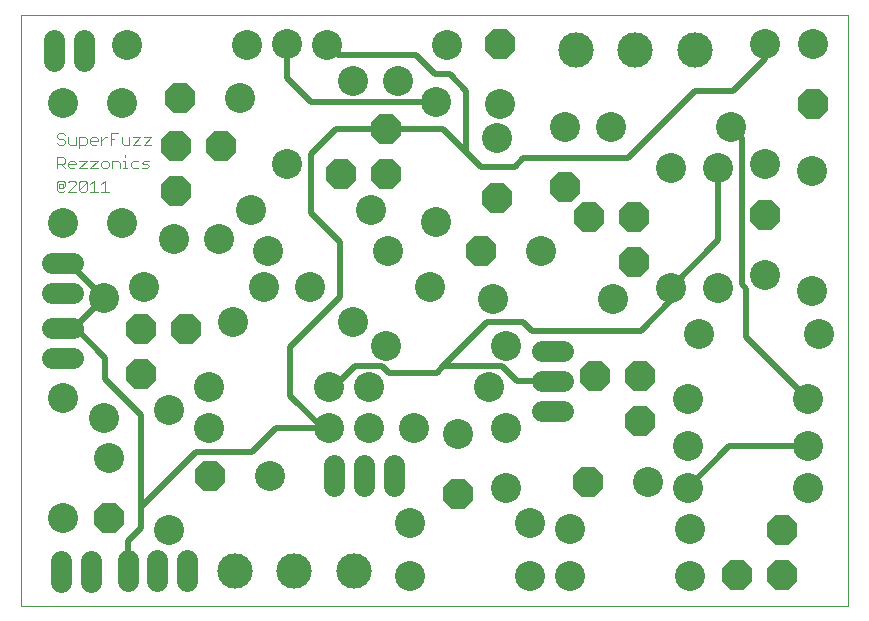
<source format=gtl>
G75*
G70*
%OFA0B0*%
%FSLAX24Y24*%
%IPPOS*%
%LPD*%
%AMOC8*
5,1,8,0,0,1.08239X$1,22.5*
%
%ADD10C,0.0039*%
%ADD11C,0.0030*%
%ADD12C,0.1000*%
%ADD13OC8,0.1000*%
%ADD14C,0.1181*%
%ADD15C,0.0700*%
%ADD16C,0.0200*%
D10*
X003917Y004364D02*
X003917Y024049D01*
X031476Y024049D01*
X031476Y004364D01*
X003917Y004364D01*
D11*
X005175Y018159D02*
X005113Y018221D01*
X005113Y018468D01*
X005175Y018529D01*
X005298Y018529D01*
X005360Y018468D01*
X005360Y018344D01*
X005298Y018282D01*
X005298Y018406D01*
X005175Y018406D01*
X005175Y018282D01*
X005298Y018282D01*
X005360Y018221D02*
X005298Y018159D01*
X005175Y018159D01*
X005482Y018159D02*
X005728Y018406D01*
X005728Y018468D01*
X005667Y018529D01*
X005543Y018529D01*
X005482Y018468D01*
X005850Y018468D02*
X005850Y018221D01*
X006097Y018468D01*
X006097Y018221D01*
X006035Y018159D01*
X005912Y018159D01*
X005850Y018221D01*
X005728Y018159D02*
X005482Y018159D01*
X005850Y018468D02*
X005912Y018529D01*
X006035Y018529D01*
X006097Y018468D01*
X006218Y018406D02*
X006342Y018529D01*
X006342Y018159D01*
X006465Y018159D02*
X006218Y018159D01*
X006587Y018159D02*
X006833Y018159D01*
X006710Y018159D02*
X006710Y018529D01*
X006587Y018406D01*
X006648Y018946D02*
X006587Y019008D01*
X006587Y019131D01*
X006648Y019193D01*
X006772Y019193D01*
X006833Y019131D01*
X006833Y019008D01*
X006772Y018946D01*
X006648Y018946D01*
X006465Y018946D02*
X006218Y018946D01*
X006465Y019193D01*
X006218Y019193D01*
X006097Y019193D02*
X005850Y018946D01*
X006097Y018946D01*
X006097Y019193D02*
X005850Y019193D01*
X005728Y019131D02*
X005728Y019070D01*
X005482Y019070D01*
X005482Y019131D02*
X005543Y019193D01*
X005667Y019193D01*
X005728Y019131D01*
X005667Y018946D02*
X005543Y018946D01*
X005482Y019008D01*
X005482Y019131D01*
X005360Y019131D02*
X005298Y019070D01*
X005113Y019070D01*
X005113Y018946D02*
X005113Y019317D01*
X005298Y019317D01*
X005360Y019255D01*
X005360Y019131D01*
X005237Y019070D02*
X005360Y018946D01*
X005298Y019734D02*
X005175Y019734D01*
X005113Y019795D01*
X005175Y019919D02*
X005298Y019919D01*
X005360Y019857D01*
X005360Y019795D01*
X005298Y019734D01*
X005482Y019795D02*
X005543Y019734D01*
X005728Y019734D01*
X005728Y019981D01*
X005850Y019981D02*
X006035Y019981D01*
X006097Y019919D01*
X006097Y019795D01*
X006035Y019734D01*
X005850Y019734D01*
X005850Y019610D02*
X005850Y019981D01*
X005482Y019981D02*
X005482Y019795D01*
X005360Y020042D02*
X005298Y020104D01*
X005175Y020104D01*
X005113Y020042D01*
X005113Y019981D01*
X005175Y019919D01*
X006218Y019919D02*
X006218Y019795D01*
X006280Y019734D01*
X006403Y019734D01*
X006465Y019857D02*
X006218Y019857D01*
X006218Y019919D02*
X006280Y019981D01*
X006403Y019981D01*
X006465Y019919D01*
X006465Y019857D01*
X006587Y019857D02*
X006710Y019981D01*
X006772Y019981D01*
X006893Y019919D02*
X007017Y019919D01*
X006893Y020104D02*
X007140Y020104D01*
X007262Y019981D02*
X007262Y019795D01*
X007324Y019734D01*
X007509Y019734D01*
X007509Y019981D01*
X007630Y019981D02*
X007877Y019981D01*
X007630Y019734D01*
X007877Y019734D01*
X007998Y019734D02*
X008245Y019734D01*
X008245Y019981D02*
X007998Y019734D01*
X007998Y019981D02*
X008245Y019981D01*
X007385Y019378D02*
X007385Y019317D01*
X007385Y019193D02*
X007385Y018946D01*
X007323Y018946D02*
X007447Y018946D01*
X007569Y019008D02*
X007630Y018946D01*
X007816Y018946D01*
X007937Y018946D02*
X008122Y018946D01*
X008184Y019008D01*
X008122Y019070D01*
X007999Y019070D01*
X007937Y019131D01*
X007999Y019193D01*
X008184Y019193D01*
X007816Y019193D02*
X007630Y019193D01*
X007569Y019131D01*
X007569Y019008D01*
X007385Y019193D02*
X007323Y019193D01*
X007202Y019131D02*
X007202Y018946D01*
X007202Y019131D02*
X007140Y019193D01*
X006955Y019193D01*
X006955Y018946D01*
X006893Y019734D02*
X006893Y020104D01*
X006587Y019981D02*
X006587Y019734D01*
D12*
X007264Y021128D03*
X005295Y021128D03*
X007429Y023065D03*
X011429Y023065D03*
X012775Y023097D03*
X014122Y023065D03*
X014980Y021864D03*
X016480Y021864D03*
X017740Y021159D03*
X019772Y019951D03*
X019862Y021081D03*
X022027Y020325D03*
X023571Y020309D03*
X025571Y018963D03*
X027146Y018963D03*
X028720Y019097D03*
X030268Y018857D03*
X027571Y020309D03*
X028720Y023097D03*
X030295Y023081D03*
X021256Y016175D03*
X019634Y014601D03*
X020090Y013026D03*
X019500Y011648D03*
X020059Y010286D03*
X018484Y010089D03*
X017016Y010270D03*
X015516Y010270D03*
X014185Y010270D03*
X014185Y011648D03*
X015500Y011648D03*
X016090Y013026D03*
X014972Y013813D03*
X013531Y014994D03*
X012020Y014994D03*
X012153Y016175D03*
X010520Y016569D03*
X011563Y017553D03*
X012775Y019097D03*
X011216Y021294D03*
X015563Y017553D03*
X016153Y016175D03*
X017531Y014994D03*
X017740Y017159D03*
X023634Y014601D03*
X025571Y014963D03*
X027146Y014963D03*
X028720Y015372D03*
X030268Y014857D03*
X030523Y013420D03*
X030130Y011254D03*
X030130Y009679D03*
X030130Y008301D03*
X026130Y008301D03*
X024799Y008498D03*
X026130Y009679D03*
X026130Y011254D03*
X026523Y013420D03*
X020059Y008286D03*
X020878Y007120D03*
X022193Y006923D03*
X022193Y005349D03*
X020878Y005349D03*
X016878Y005349D03*
X016878Y007120D03*
X012201Y008695D03*
X010185Y010270D03*
X008838Y010892D03*
X010185Y011648D03*
X010972Y013813D03*
X008020Y014994D03*
X006673Y014632D03*
X009020Y016569D03*
X007264Y017128D03*
X005295Y017128D03*
X005295Y011286D03*
X006673Y010632D03*
X006838Y009290D03*
X005295Y007286D03*
X008838Y006892D03*
X026193Y006923D03*
X026193Y005349D03*
X018122Y023065D03*
D13*
X019862Y023081D03*
X016085Y020259D03*
X016085Y018759D03*
X014585Y018759D03*
X010573Y019681D03*
X009073Y019681D03*
X009073Y018181D03*
X009216Y021294D03*
X009392Y013579D03*
X007892Y013579D03*
X007892Y012079D03*
X010201Y008695D03*
X006838Y007290D03*
X018484Y008089D03*
X022799Y008498D03*
X024549Y010504D03*
X024549Y012004D03*
X023049Y012004D03*
X024352Y015819D03*
X024352Y017319D03*
X022852Y017319D03*
X022027Y018325D03*
X019772Y017951D03*
X019256Y016175D03*
X028720Y017372D03*
X030295Y021081D03*
X029273Y006886D03*
X029273Y005386D03*
X027773Y005386D03*
D14*
X014992Y005534D03*
X013023Y005534D03*
X011055Y005534D03*
X022421Y022868D03*
X024390Y022868D03*
X026358Y022868D03*
D15*
X021984Y012845D02*
X021284Y012845D01*
X021284Y011845D02*
X021984Y011845D01*
X021984Y010845D02*
X021284Y010845D01*
X016335Y009045D02*
X016335Y008345D01*
X015335Y008345D02*
X015335Y009045D01*
X014335Y009045D02*
X014335Y008345D01*
X009429Y005896D02*
X009429Y005196D01*
X008445Y005196D02*
X008445Y005896D01*
X007460Y005896D02*
X007460Y005196D01*
X006232Y005136D02*
X006232Y005836D01*
X005232Y005836D02*
X005232Y005136D01*
X004945Y012632D02*
X005645Y012632D01*
X005645Y013616D02*
X004945Y013616D01*
X004945Y014797D02*
X005645Y014797D01*
X005645Y015782D02*
X004945Y015782D01*
X004992Y022518D02*
X004992Y023218D01*
X005992Y023218D02*
X005992Y022518D01*
D16*
X012775Y021966D02*
X012912Y021829D01*
X013577Y021164D01*
X013583Y021159D01*
X017740Y021159D01*
X017707Y022074D02*
X018197Y022074D01*
X018757Y021514D01*
X018757Y019484D01*
X017987Y020254D01*
X016089Y020254D01*
X014417Y020254D01*
X013577Y019414D01*
X013577Y017454D01*
X014557Y016474D01*
X014557Y014654D01*
X012877Y012974D01*
X012877Y011364D01*
X013972Y010270D01*
X014185Y010270D01*
X012413Y010270D01*
X011617Y009474D01*
X009727Y009474D01*
X007907Y007654D01*
X007907Y010734D01*
X006717Y011924D01*
X006717Y012624D01*
X005691Y013650D01*
X006673Y014632D01*
X005523Y015782D01*
X005295Y015782D01*
X005691Y013650D02*
X005657Y013616D01*
X005295Y013616D01*
X007907Y007654D02*
X007907Y006954D01*
X007460Y006508D01*
X007460Y005546D01*
X014185Y011648D02*
X014351Y011648D01*
X015047Y012344D01*
X015957Y012344D01*
X016167Y012134D01*
X017777Y012134D01*
X017987Y012344D01*
X019457Y013814D01*
X020647Y013814D01*
X020927Y013534D01*
X024567Y013534D01*
X025571Y014538D01*
X025571Y014963D01*
X027146Y016538D01*
X027146Y018963D01*
X027927Y019953D02*
X027571Y020309D01*
X027927Y019953D02*
X027927Y015074D01*
X028067Y014934D01*
X028067Y013317D01*
X030130Y011254D01*
X030130Y009679D02*
X027508Y009679D01*
X026130Y008301D01*
X021634Y011845D02*
X020447Y011845D01*
X019947Y012344D01*
X017987Y012344D01*
X019247Y018994D02*
X018757Y019484D01*
X019247Y018994D02*
X020367Y018994D01*
X020647Y019274D01*
X024147Y019274D01*
X026387Y021514D01*
X027647Y021514D01*
X028720Y022588D01*
X028720Y023097D01*
X017707Y022074D02*
X017077Y022704D01*
X014483Y022704D01*
X014122Y023065D01*
X012775Y023097D02*
X012775Y021966D01*
X016085Y020259D02*
X016089Y020254D01*
M02*

</source>
